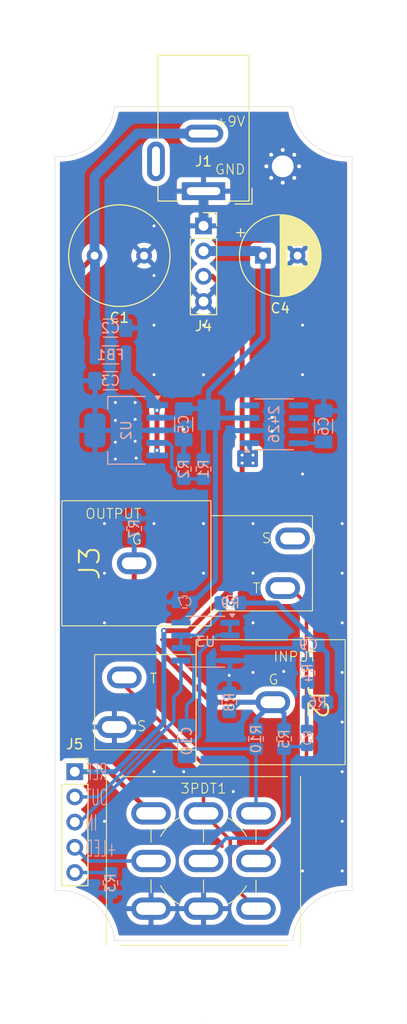
<source format=kicad_pcb>
(kicad_pcb (version 20241229) (generator "pcbnew") (generator_version "9.0")
  (layers (0 "F.Cu" jumper) (2 "B.Cu" signal) (13 "F.Paste" user) (15 "B.Paste" user) (5 "F.SilkS" user "F.Silkscreen") (7 "B.SilkS" user "B.Silkscreen") (1 "F.Mask" user) (3 "B.Mask" user) (25 "Edge.Cuts" user))
  (net 0 "")
  (net 1 "VIN")
  (net 2 "Net-(U2-EN)")
  (net 3 "GND")
  (net 4 "IN^{EFF}")
  (net 5 "GNDREF")
  (net 6 "IN^{RAW}")
  (net 7 "OUT^{RAW}")
  (net 8 "Net-(U1-NOISE_REDUCTION)")
  (net 9 "Net-(U3A-+)")
  (net 10 "IN^{CONN}")
  (net 11 "+9V")
  (net 12 "LED+")
  (net 14 "OUT^{CONN}")
  (net 16 "OUT^{EFF}")
  (net 17 "LED-")
  (net 18 "FB")
  (net 19 "Net-(U3B--)")
  (net 20 "Net-(C8-Pad2)")
  (net 24 "GNDS")
  (footprint "Capacitor_THT:CP_Radial_D8.0mm_P3.50mm" (layer "F.Cu") (at 106 73)
    (property "Reference" "C4" (at 1.75 5.3 0) (layer "F.SilkS"))
    (property "Value" "100uF")
    (pad "1" thru_hole rect (at 0 0) (size 1.6 1.6) (drill 0.8) (layers "*.Cu" "*.Mask") (net 1 "VIN"))
    (pad "2" thru_hole circle (at 3.5 0) (size 1.6 1.6) (drill 0.8) (layers "*.Cu" "*.Mask") (net 3 "GND"))
  )
  (footprint "Connector_BarrelJack:BarrelJack_Wuerth_6941xx301002" (layer "F.Cu") (at 100 66.5 180)
    (property "Reference" "J1" (at 0 3 0) (layer "F.SilkS"))
    (property "Value" "DC Jack")
    (pad "1" thru_hole rect (at 0 0 180) (size 4.4 1.8) (drill oval 3.4 0.8) (layers "*.Cu" "*.Mask") (net 3 "GND"))
    (pad "2" thru_hole oval (at 0 5.8 180) (size 4 1.8) (drill oval 3 0.8) (layers "*.Cu" "*.Mask") (net 11 "+9V"))
    (pad "3" thru_hole oval (at 4.8 3 270) (size 4 1.8) (drill oval 3 0.8) (layers "*.Cu" "*.Mask"))
  )
  (footprint "MountingHole:MountingHole_2.2mm_M2_Pad_Via" (layer "F.Cu") (at 108 64)
    (property "Reference" "H1" (hide yes))
    (property "Value" "GroundingPad")
    (pad "1" thru_hole circle (at -1.65 0) (size 0.7 0.7) (drill 0.4) (layers "*.Cu" "*.Mask") (net 3 "GND"))
    (pad "1" thru_hole circle (at -1.166726 -1.166726) (size 0.7 0.7) (drill 0.4) (layers "*.Cu" "*.Mask") (net 3 "GND"))
    (pad "1" thru_hole circle (at -1.166726 1.166726) (size 0.7 0.7) (drill 0.4) (layers "*.Cu" "*.Mask") (net 3 "GND"))
    (pad "1" thru_hole circle (at 0 -1.65) (size 0.7 0.7) (drill 0.4) (layers "*.Cu" "*.Mask") (net 3 "GND"))
    (pad "1" thru_hole circle (at 0 0) (size 4.4 4.4) (drill 2.2) (layers "*.Cu" "*.Mask") (net 3 "GND"))
    (pad "1" thru_hole circle (at 0 1.65) (size 0.7 0.7) (drill 0.4) (layers "*.Cu" "*.Mask") (net 3 "GND"))
    (pad "1" thru_hole circle (at 1.166726 -1.166726) (size 0.7 0.7) (drill 0.4) (layers "*.Cu" "*.Mask") (net 3 "GND"))
    (pad "1" thru_hole circle (at 1.166726 1.166726) (size 0.7 0.7) (drill 0.4) (layers "*.Cu" "*.Mask") (net 3 "GND"))
    (pad "1" thru_hole circle (at 1.65 0) (size 0.7 0.7) (drill 0.4) (layers "*.Cu" "*.Mask") (net 3 "GND"))
  )
  (footprint "Connector_PinSocket_2.54mm:PinSocket_1x04_P2.54mm_Vertical" (layer "F.Cu") (at 100 70)
    (property "Reference" "J4" (at 0 10.1 0) (layer "F.SilkS"))
    (property "Value" "Conn_01x04_Pin")
    (pad "1" thru_hole rect (at 0 0) (size 1.7 1.7) (drill 1) (layers "*.Cu" "*.Mask") (net 3 "GND"))
    (pad "2" thru_hole circle (at 0 2.54) (size 1.7 1.7) (drill 1) (layers "*.Cu" "*.Mask") (net 1 "VIN"))
    (pad "3" thru_hole circle (at 0 5.08) (size 1.7 1.7) (drill 1) (layers "*.Cu" "*.Mask") (net 5 "GNDREF"))
    (pad "4" thru_hole circle (at 0 7.62) (size 1.7 1.7) (drill 1) (layers "*.Cu" "*.Mask") (net 3 "GND"))
  )
  (footprint "Connector_PinSocket_2.54mm:PinSocket_1x05_P2.54mm_Vertical" (layer "F.Cu") (at 87 125)
    (property "Reference" "J5" (at 0 -2.77 0) (layer "F.SilkS"))
    (property "Value" "Conn_01x05_Pin")
    (pad "1" thru_hole rect (at 0 0) (size 1.7 1.7) (drill 1) (layers "*.Cu" "*.Mask") (net 5 "GNDREF"))
    (pad "2" thru_hole circle (at 0 2.54) (size 1.7 1.7) (drill 1) (layers "*.Cu" "*.Mask") (net 16 "OUT^{EFF}"))
    (pad "3" thru_hole circle (at 0 5.08) (size 1.7 1.7) (drill 1) (layers "*.Cu" "*.Mask") (net 4 "IN^{EFF}"))
    (pad "4" thru_hole circle (at 0 7.62) (size 1.7 1.7) (drill 1) (layers "*.Cu" "*.Mask") (net 12 "LED+"))
    (pad "5" thru_hole circle (at 0 10.16) (size 1.7 1.7) (drill 1) (layers "*.Cu" "*.Mask") (net 17 "LED-"))
  )
  (footprint "Capacitor_THT:C_Radial_D10.0mm_H16.0mm_P5.00mm" (layer "F.Cu") (at 94 73 180)
    (property "Reference" "C1" (at 2.5 -6.25 0) (layer "F.SilkS"))
    (property "Value" "100uF")
    (pad "1" thru_hole circle (at 0 0 180) (size 1.6 1.6) (drill 0.8) (layers "*.Cu" "*.Mask") (net 3 "GND"))
    (pad "2" thru_hole circle (at 5 0 180) (size 1.6 1.6) (drill 0.8) (layers "*.Cu" "*.Mask") (net 11 "+9V"))
  )
  (footprint "Mylib:1590A" (layer "F.Cu") (at 100 100)
    (property "Reference" "Box1")
    (property "Value" "1590A")
  )
  (footprint "Mylib:3PDT-Stomp-Switch" (layer "F.Cu") (at 100 134)
    (property "Reference" "3PDT1" (at 0 -7.3 0) (layer "F.SilkS") (effects (font (thickness 0.1))))
    (property "Value" "3PDT")
    (pad "1" thru_hole oval (at -5.3 -4.8) (size 4 2.25) (drill oval 3 1.25) (layers "*.Cu" "*.Mask") (net 11 "+9V"))
    (pad "2" thru_hole oval (at -5.3 0) (size 4 2.25) (drill oval 3 1.25) (layers "*.Cu" "*.Mask") (net 12 "LED+"))
    (pad "3" thru_hole oval (at -5.3 4.8) (size 4 2.25) (drill oval 3 1.25) (layers "*.Cu" "*.Mask") (net 3 "GND"))
    (pad "4" thru_hole oval (at 0 -4.8) (size 4 2.25) (drill oval 3 1.25) (layers "*.Cu" "*.Mask") (net 10 "IN^{CONN}"))
    (pad "5" thru_hole oval (at 0 0) (size 4 2.25) (drill oval 3 1.25) (layers "*.Cu" "*.Mask") (net 6 "IN^{RAW}"))
    (pad "6" thru_hole oval (at 0 4.8) (size 4 2.25) (drill oval 3 1.25) (layers "*.Cu" "*.Mask") (net 3 "GND"))
    (pad "7" thru_hole oval (at 5.3 -4.8) (size 4 2.25) (drill oval 3 1.25) (layers "*.Cu" "*.Mask") (net 7 "OUT^{RAW}"))
    (pad "8" thru_hole oval (at 5.3 0) (size 4 2.25) (drill oval 3 1.25) (layers "*.Cu" "*.Mask") (net 14 "OUT^{CONN}"))
    (pad "9" thru_hole oval (at 5.3 4.8) (size 4 2.25) (drill oval 3 1.25) (layers "*.Cu" "*.Mask") (net 10 "IN^{CONN}"))
  )
  (footprint "Mylib:CK-6.35" (layer "F.Cu") (at 101.5 118 180)
    (property "Reference" "J2" (at -10 0 270) (layer "F.SilkS") (effects (font (size 2 2) (thickness 0.2))))
    (property "Value" "IN")
    (fp_text user "G" (at -5 1.7 0) (layer "F.SilkS") (effects (font (thickness 0.1)) (justify left bottom)))
    (fp_text user "T" (at 7 1.8 0) (layer "F.SilkS") (effects (font (thickness 0.1)) (justify left bottom)))
    (fp_text user "S" (at 8.3 -3 0) (layer "F.SilkS") (effects (font (thickness 0.1)) (justify left bottom)))
    (pad "G" thru_hole oval (at -5.5 0 180) (size 3.5 2.2) (drill oval 2.5 1.2) (layers "*.Cu" "*.Mask") (net 24 "GNDS"))
    (pad "S" thru_hole oval (at 10.5 -2.5 180) (size 3.5 2.2) (drill oval 2.5 1.2) (layers "*.Cu" "*.Mask") (net 3 "GND"))
    (pad "T" thru_hole oval (at 9.5 2.5 180) (size 3.5 2.2) (drill oval 2.5 1.2) (layers "*.Cu" "*.Mask") (net 10 "IN^{CONN}"))
  )
  (footprint "Mylib:CK-6.35" (layer "F.Cu") (at 98.5 104)
    (property "Reference" "J3" (at -10 0 90) (layer "F.SilkS") (effects (font (size 2 2) (thickness 0.2))))
    (property "Value" "OUT")
    (fp_text user "S" (at 8.4 -3.2 180) (layer "F.SilkS") (effects (font (thickness 0.1)) (justify left bottom)))
    (fp_text user "G" (at -5.8 -1.8 0) (layer "F.SilkS") (effects (font (thickness 0.1)) (justify left bottom)))
    (fp_text user "T" (at 6.4 3.1 0) (layer "F.SilkS") (effects (font (thickness 0.1)) (justify left bottom)))
    (pad "G" thru_hole oval (at -5.5 0) (size 3.5 2.2) (drill oval 2.5 1.2) (layers "*.Cu" "*.Mask") (net 24 "GNDS"))
    (pad "S" thru_hole oval (at 10.5 -2.5) (size 3.5 2.2) (drill oval 2.5 1.2) (layers "*.Cu" "*.Mask"))
    (pad "T" thru_hole oval (at 9.5 2.5) (size 3.5 2.2) (drill oval 2.5 1.2) (layers "*.Cu" "*.Mask") (net 14 "OUT^{CONN}"))
  )
  (footprint "Capacitor_SMD:C_1206_3216Metric_Pad1.33x1.80mm_HandSolder" (layer "B.Cu") (at 98 90 -90)
    (property "Reference" "C5" (at 0 0 90) (layer "B.SilkS") (effects (justify mirror)))
    (property "Value" "47uF")
    (pad "1" smd roundrect (at -1.5625 0 270) (size 1.325 1.8) (layers "B.Cu" "B.Mask" "B.Paste") (roundrect_rratio 0.188679) (net 1 "VIN"))
    (pad "2" smd roundrect (at 1.5625 0 270) (size 1.325 1.8) (layers "B.Cu" "B.Mask" "B.Paste") (roundrect_rratio 0.188679) (net 3 "GND"))
  )
  (footprint "Resistor_SMD:R_0805_2012Metric_Pad1.20x1.40mm_HandSolder" (layer "B.Cu") (at 100 94.5 -90)
    (property "Reference" "R1" (at 0 0 90) (layer "B.SilkS") (effects (justify mirror)))
    (property "Value" "4k7")
    (pad "1" smd roundrect (at -1 0 270) (size 1.2 1.4) (layers "B.Cu" "B.Mask" "B.Paste") (roundrect_rratio 0.208333) (net 1 "VIN"))
    (pad "2" smd roundrect (at 1 0 270) (size 1.2 1.4) (layers "B.Cu" "B.Mask" "B.Paste") (roundrect_rratio 0.208333) (net 18 "FB"))
  )
  (footprint "Capacitor_SMD:C_1206_3216Metric_Pad1.33x1.80mm_HandSolder" (layer "B.Cu") (at 90.6 85.6 180)
    (property "Reference" "C3" (at 0 0 0) (layer "B.SilkS") (effects (justify mirror)))
    (property "Value" "10uF")
    (pad "1" smd roundrect (at -1.5625 0 180) (size 1.325 1.8) (layers "B.Cu" "B.Mask" "B.Paste") (roundrect_rratio 0.188679) (net 2 "Net-(U2-EN)"))
    (pad "2" smd roundrect (at 1.5625 0 180) (size 1.325 1.8) (layers "B.Cu" "B.Mask" "B.Paste") (roundrect_rratio 0.188679) (net 3 "GND"))
  )
  (footprint "Capacitor_SMD:C_0805_2012Metric_Pad1.18x1.45mm_HandSolder" (layer "B.Cu") (at 110.6 112.2)
    (property "Reference" "C9" (at 0 0 0) (layer "B.SilkS") (effects (justify mirror)))
    (property "Value" "220pF")
    (pad "1" smd roundrect (at -1.0375 0) (size 1.175 1.45) (layers "B.Cu" "B.Mask" "B.Paste") (roundrect_rratio 0.212766) (net 9 "Net-(U3A-+)"))
    (pad "2" smd roundrect (at 1.0375 0) (size 1.175 1.45) (layers "B.Cu" "B.Mask" "B.Paste") (roundrect_rratio 0.212766) (net 5 "GNDREF"))
  )
  (footprint "Inductor_SMD:L_1206_3216Metric" (layer "B.Cu") (at 90.6 83)
    (property "Reference" "FB1" (at 0 0 0) (layer "B.SilkS") (effects (justify mirror)))
    (property "Value" "FerriteBead")
    (pad "1" smd roundrect (at -1.575 0) (size 1.05 1.9) (layers "B.Cu" "B.Mask" "B.Paste") (roundrect_rratio 0.238095) (net 11 "+9V"))
    (pad "2" smd roundrect (at 1.575 0) (size 1.05 1.9) (layers "B.Cu" "B.Mask" "B.Paste") (roundrect_rratio 0.238095) (net 2 "Net-(U2-EN)"))
  )
  (footprint "Capacitor_SMD:C_1206_3216Metric_Pad1.33x1.80mm_HandSolder" (layer "B.Cu") (at 90.6 80.3)
    (property "Reference" "C2" (at 0 0 0) (layer "B.SilkS") (effects (justify mirror)))
    (property "Value" "10uF")
    (pad "1" smd roundrect (at -1.5625 0) (size 1.325 1.8) (layers "B.Cu" "B.Mask" "B.Paste") (roundrect_rratio 0.188679) (net 11 "+9V"))
    (pad "2" smd roundrect (at 1.5625 0) (size 1.325 1.8) (layers "B.Cu" "B.Mask" "B.Paste") (roundrect_rratio 0.188679) (net 3 "GND"))
  )
  (footprint "Mylib:C_0704_1810Metric" (layer "B.Cu") (at 110.4375 121.6 90)
    (property "Reference" "C8" (at 0 0 270) (layer "B.SilkS") (effects (font (size 0.8 0.8) (thickness 0.1)) (justify mirror)))
    (property "Value" "0.1uF")
    (pad "1" smd roundrect (at -0.875 0 90) (size 0.9 1.25) (layers "B.Cu" "B.Mask" "B.Paste") (roundrect_rratio 0.2) (net 6 "IN^{RAW}"))
    (pad "2" smd roundrect (at 0.875 0 90) (size 0.9 1.25) (layers "B.Cu" "B.Mask" "B.Paste") (roundrect_rratio 0.2) (net 20 "Net-(C8-Pad2)"))
  )
  (footprint "Resistor_SMD:R_0805_2012Metric_Pad1.20x1.40mm_HandSolder" (layer "B.Cu") (at 98 94.5 90)
    (property "Reference" "R2" (at 0 0 90) (layer "B.SilkS") (effects (justify mirror)))
    (property "Value" "1k5")
    (pad "1" smd roundrect (at -1 0 90) (size 1.2 1.4) (layers "B.Cu" "B.Mask" "B.Paste") (roundrect_rratio 0.208333) (net 18 "FB"))
    (pad "2" smd roundrect (at 1 0 90) (size 1.2 1.4) (layers "B.Cu" "B.Mask" "B.Paste") (roundrect_rratio 0.208333) (net 3 "GND"))
  )
  (footprint "Resistor_SMD:R_0805_2012Metric_Pad1.20x1.40mm_HandSolder" (layer "B.Cu") (at 105.3 121.7 90)
    (property "Reference" "R10" (at 0 0 90) (layer "B.SilkS") (effects (justify mirror)))
    (property "Value" "100k")
    (pad "1" smd roundrect (at -1 0 90) (size 1.2 1.4) (layers "B.Cu" "B.Mask" "B.Paste") (roundrect_rratio 0.208333) (net 7 "OUT^{RAW}"))
    (pad "2" smd roundrect (at 1 0 90) (size 1.2 1.4) (layers "B.Cu" "B.Mask" "B.Paste") (roundrect_rratio 0.208333) (net 24 "GNDS"))
  )
  (footprint "Resistor_SMD:R_0805_2012Metric_Pad1.20x1.40mm_HandSolder" (layer "B.Cu") (at 110.5 115.0625 90)
    (property "Reference" "R4" (at 0 0 90) (layer "B.SilkS") (effects (justify mirror)))
    (property "Value" "1k" (hide yes))
    (pad "1" smd roundrect (at -1 0 90) (size 1.2 1.4) (layers "B.Cu" "B.Mask" "B.Paste") (roundrect_rratio 0.208333) (net 20 "Net-(C8-Pad2)"))
    (pad "2" smd roundrect (at 1 0 90) (size 1.2 1.4) (layers "B.Cu" "B.Mask" "B.Paste") (roundrect_rratio 0.208333) (net 9 "Net-(U3A-+)"))
  )
  (footprint "Resistor_SMD:R_0805_2012Metric_Pad1.20x1.40mm_HandSolder" (layer "B.Cu") (at 102.7 108)
    (property "Reference" "R9" (at 0 0 0) (layer "B.SilkS") (effects (justify mirror)))
    (property "Value" "100k")
    (pad "1" smd roundrect (at -1 0) (size 1.2 1.4) (layers "B.Cu" "B.Mask" "B.Paste") (roundrect_rratio 0.208333) (net 19 "Net-(U3B--)"))
    (pad "2" smd roundrect (at 1 0) (size 1.2 1.4) (layers "B.Cu" "B.Mask" "B.Paste") (roundrect_rratio 0.208333) (net 5 "GNDREF"))
  )
  (footprint "Package_SO:SOIC-8_3.9x4.9mm_P1.27mm" (layer "B.Cu") (at 107.125 89.995)
    (property "Reference" "U1" (hide yes))
    (property "Value" "TLE2426xD" (hide yes))
    (property "Name" "2426" (at 0 0 90) (layer "B.SilkS") (effects (justify mirror)))
    (pad "1" smd roundrect (at -2.475 1.905) (size 1.95 0.6) (layers "B.Cu" "B.Mask" "B.Paste") (net 5 "GNDREF"))
    (pad "2" smd roundrect (at -2.475 0.635) (size 1.95 0.6) (layers "B.Cu" "B.Mask" "B.Paste") (net 3 "GND"))
    (pad "3" smd roundrect (at -2.475 -0.635) (size 1.95 0.6) (layers "B.Cu" "B.Mask" "B.Paste") (net 1 "VIN"))
    (pad "4" smd roundrect (at -2.475 -1.905) (size 1.95 0.6) (layers "B.Cu" "B.Mask" "B.Paste"))
    (pad "5" smd roundrect (at 2.475 -1.905) (size 1.95 0.6) (layers "B.Cu" "B.Mask" "B.Paste"))
    (pad "6" smd roundrect (at 2.475 -0.635) (size 1.95 0.6) (layers "B.Cu" "B.Mask" "B.Paste"))
    (pad "7" smd roundrect (at 2.475 0.635) (size 1.95 0.6) (layers "B.Cu" "B.Mask" "B.Paste"))
    (pad "8" smd roundrect (at 2.475 1.905) (size 1.95 0.6) (layers "B.Cu" "B.Mask" "B.Paste") (net 8 "Net-(U1-NOISE_REDUCTION)"))
  )
  (footprint "Resistor_SMD:R_0805_2012Metric_Pad1.20x1.40mm_HandSolder" (layer "B.Cu") (at 111.5 118)
    (property "Reference" "R6" (at 0 0 0) (layer "B.SilkS") (effects (justify mirror)))
    (property "Value" "470k" (hide yes))
    (pad "1" smd roundrect (at -1 0) (size 1.2 1.4) (layers "B.Cu" "B.Mask" "B.Paste") (roundrect_rratio 0.208333) (net 20 "Net-(C8-Pad2)"))
    (pad "2" smd roundrect (at 1 0) (size 1.2 1.4) (layers "B.Cu" "B.Mask" "B.Paste") (roundrect_rratio 0.208333) (net 5 "GNDREF"))
  )
  (footprint "Resistor_SMD:R_0805_2012Metric_Pad1.20x1.40mm_HandSolder" (layer "B.Cu") (at 90.6 136.2 -90)
    (property "Reference" "R3" (at 0 0 90) (layer "B.SilkS") (effects (justify mirror)))
    (property "Value" "4.7k")
    (pad "1" smd roundrect (at -1 0 270) (size 1.2 1.4) (layers "B.Cu" "B.Mask" "B.Paste") (roundrect_rratio 0.208333) (net 17 "LED-"))
    (pad "2" smd roundrect (at 1 0 270) (size 1.2 1.4) (layers "B.Cu" "B.Mask" "B.Paste") (roundrect_rratio 0.208333) (net 3 "GND"))
  )
  (footprint "Resistor_SMD:R_0805_2012Metric_Pad1.20x1.40mm_HandSolder" (layer "B.Cu") (at 93 100.5 -90)
    (property "Reference" "R7" (at 0 0 90) (layer "B.SilkS") (effects (justify mirror)))
    (property "Value" "10R")
    (pad "1" smd roundrect (at -1 0 270) (size 1.2 1.4) (layers "B.Cu" "B.Mask" "B.Paste") (roundrect_rratio 0.208333) (net 3 "GND"))
    (pad "2" smd roundrect (at 1 0 270) (size 1.2 1.4) (layers "B.Cu" "B.Mask" "B.Paste") (roundrect_rratio 0.208333) (net 24 "GNDS"))
  )
  (footprint "Capacitor_SMD:C_1206_3216Metric_Pad1.33x1.80mm_HandSolder" (layer "B.Cu") (at 112.125 90.195 90)
    (property "Reference" "C6" (at 0 0 90) (layer "B.SilkS") (effects (justify mirror)))
    (property "Value" "1uF")
    (pad "1" smd roundrect (at -1.5625 0 90) (size 1.325 1.8) (layers "B.Cu" "B.Mask" "B.Paste") (roundrect_rratio 0.188679) (net 8 "Net-(U1-NOISE_REDUCTION)"))
    (pad "2" smd roundrect (at 1.5625 0 90) (size 1.325 1.8) (layers "B.Cu" "B.Mask" "B.Paste") (roundrect_rratio 0.188679) (net 3 "GND"))
  )
  (footprint "Capacitor_SMD:C_1206_3216Metric_Pad1.33x1.80mm_HandSolder" (layer "B.Cu") (at 98.3 121.9 90)
    (property "Reference" "C10" (at 0 0 90) (layer "B.SilkS") (effects (justify mirror)))
    (property "Value" "0.47uF")
    (pad "1" smd roundrect (at -1.5625 0 90) (size 1.325 1.8) (layers "B.Cu" "B.Mask" "B.Paste") (roundrect_rratio 0.188679) (net 7 "OUT^{RAW}"))
    (pad "2" smd roundrect (at 1.5625 0 90) (size 1.325 1.8) (layers "B.Cu" "B.Mask" "B.Paste") (roundrect_rratio 0.188679) (net 19 "Net-(U3B--)"))
  )
  (footprint "Resistor_SMD:R_0805_2012Metric_Pad1.20x1.40mm_HandSolder" (layer "B.Cu") (at 102.6 118 -90)
    (property "Reference" "R8" (at 0 0 90) (layer "B.SilkS") (effects (justify mirror)))
    (property "Value" "10R")
    (pad "1" smd roundrect (at -1 0 270) (size 1.2 1.4) (layers "B.Cu" "B.Mask" "B.Paste") (roundrect_rratio 0.208333) (net 3 "GND"))
    (pad "2" smd roundrect (at 1 0 270) (size 1.2 1.4) (layers "B.Cu" "B.Mask" "B.Paste") (roundrect_rratio 0.208333) (net 24 "GNDS"))
  )
  (footprint "Resistor_SMD:R_0805_2012Metric_Pad1.20x1.40mm_HandSolder" (layer "B.Cu") (at 108.1375 121.7 90)
    (property "Reference" "R5" (at 0 0 90) (layer "B.SilkS") (effects (justify mirror)))
    (property "Value" "1M0" (hide yes))
    (pad "1" smd roundrect (at -1 0 90) (size 1.2 1.4) (layers "B.Cu" "B.Mask" "B.Paste") (roundrect_rratio 0.208333) (net 6 "IN^{RAW}"))
    (pad "2" smd roundrect (at 1 0 90) (size 1.2 1.4) (layers "B.Cu" "B.Mask" "B.Paste") (roundrect_rratio 0.208333) (net 24 "GNDS"))
  )
  (footprint "Package_TO_SOT_SMD:SOT-223-6" (layer "B.Cu") (at 92.2 90.6 180)
    (property "Reference" "U2" (at 0 0 90) (layer "B.SilkS") (effects (justify mirror)))
    (property "Value" "TPS73801")
    (pad "1" smd roundrect (at -3.1375 2.54 180) (size 2.2 0.6) (layers "B.Cu" "B.Mask" "B.Paste") (net 2 "Net-(U2-EN)"))
    (pad "2" smd roundrect (at -3.1375 1.27 180) (size 2.2 0.6) (layers "B.Cu" "B.Mask" "B.Paste") (net 1 "VIN"))
    (pad "3" smd roundrect (at -3.1375 0 180) (size 2.2 0.6) (layers "B.Cu" "B.Mask" "B.Paste") (net 3 "GND"))
    (pad "4" smd roundrect (at -3.1375 -1.27 180) (size 2.2 0.6) (layers "B.Cu" "B.Mask" "B.Paste") (net 18 "FB"))
    (pad "5" smd roundrect (at -3.1375 -2.54 180) (size 2.2 0.6) (layers "B.Cu" "B.Mask" "B.Paste") (net 2 "Net-(U2-EN)"))
    (pad "6" smd roundrect (at 3.1625 0 180) (size 2.15 3.45) (layers "B.Cu" "B.Mask" "B.Paste") (net 3 "GND"))
  )
  (footprint "Mylib:C_0704_1810Metric" (layer "B.Cu") (at 98.1 107.9 180)
    (property "Reference" "C7" (at 0 0 0) (layer "B.SilkS") (effects (font (size 0.8 0.8) (thickness 0.1)) (justify mirror)))
    (property "Value" "0.1uF")
    (pad "1" smd roundrect (at -0.875 0 180) (size 0.9 1.25) (layers "B.Cu" "B.Mask" "B.Paste") (roundrect_rratio 0.2) (net 1 "VIN"))
    (pad "2" smd roundrect (at 0.875 0 180) (size 0.9 1.25) (layers "B.Cu" "B.Mask" "B.Paste") (roundrect_rratio 0.2) (net 3 "GND"))
  )
  (footprint "Package_SO:SOIC-8_3.9x4.9mm_P1.27mm" (layer "B.Cu") (at 100.2 111.9 180)
    (property "Reference" "U3" (at 0 0 0) (layer "B.SilkS") (effects (justify mirror)))
    (property "Value" "OPA1656")
    (pad "1" smd roundrect (at -2.475 1.905 180) (size 1.95 0.6) (layers "B.Cu" "B.Mask" "B.Paste") (net 4 "IN^{EFF}"))
    (pad "2" smd roundrect (at -2.475 0.635 180) (size 1.95 0.6) (layers "B.Cu" "B.Mask" "B.Paste") (net 4 "IN^{EFF}"))
    (pad "3" smd roundrect (at -2.475 -0.635 180) (size 1.95 0.6) (layers "B.Cu" "B.Mask" "B.Paste") (net 9 "Net-(U3A-+)"))
    (pad "4" smd roundrect (at -2.475 -1.905 180) (size 1.95 0.6) (layers "B.Cu" "B.Mask" "B.Paste") (net 3 "GND"))
    (pad "5" smd roundrect (at 2.475 -1.905 180) (size 1.95 0.6) (layers "B.Cu" "B.Mask" "B.Paste") (net 16 "OUT^{EFF}"))
    (pad "6" smd roundrect (at 2.475 -0.635 180) (size 1.95 0.6) (layers "B.Cu" "B.Mask" "B.Paste") (net 19 "Net-(U3B--)"))
    (pad "7" smd roundrect (at 2.475 0.635 180) (size 1.95 0.6) (layers "B.Cu" "B.Mask" "B.Paste") (net 19 "Net-(U3B--)"))
    (pad "8" smd roundrect (at 2.475 1.905 180) (size 1.95 0.6) (layers "B.Cu" "B.Mask" "B.Paste") (net 1 "VIN"))
  )
  (gr_arc (start 109 142) (mid 110.964466 138.257359) (end 115 137) (stroke (width 0.05)) (layer "Edge.Cuts"))
  (gr_arc (start 91 58) (mid 89.035534 61.742641) (end 85 63) (stroke (width 0.05)) (layer "Edge.Cuts"))
  (gr_arc (start 115 63) (mid 110.964466 61.742641) (end 109 58) (stroke (width 0.05)) (layer "Edge.Cuts"))
  (gr_line (start 91 142) (end 109 142) (stroke (width 0.05)) (layer "Edge.Cuts"))
  (gr_line (start 115 63) (end 115 137) (stroke (width 0.05)) (layer "Edge.Cuts"))
  (gr_line (start 91 58) (end 109 58) (stroke (width 0.05)) (layer "Edge.Cuts"))
  (gr_line (start 85 137) (end 85 63) (stroke (width 0.05)) (layer "Edge.Cuts"))
  (gr_arc (start 85 137) (mid 89.035534 138.257359) (end 91 142) (stroke (width 0.05)) (layer "Edge.Cuts"))
  (gr_text "INPUT" (at 107 114 0) (layer "F.SilkS") (effects (font (size 1 1) (thickness 0.1)) (justify left bottom)))
  (gr_text "+9V\n\n\nGND" (at 101.1 64.9 0) (layer "F.SilkS") (effects (font (size 1 1) (thickness 0.1)) (justify left bottom)))
  (gr_text "OUTPUT" (at 88 99.6 0) (layer "F.SilkS") (effects (font (size 1 1) (thickness 0.1)) (justify left bottom)))
  (gr_text "REF\nOUT\nIN\n+LED" (at 88 124.1 0) (layer "B.SilkS") (effects (font (size 1.6 0.8) (thickness 0.1)) (justify right top mirror)))
  (segment (start 97.1075 89.33) (end 98 88.4375) (width 0.5) (layer "B.Cu") (net 1))
  (segment (start 101.2 89.8) (end 100.5 89.1) (width 0.5) (layer "B.Cu") (net 1))
  (segment (start 100.5 86.7) (end 106 81.2) (width 0.5) (layer "B.Cu") (net 1))
  (segment (start 98.975 107.9) (end 98.975 108.745) (width 0.5) (layer "B.Cu") (net 1))
  (segment (start 98 88.4375) (end 99.8375 88.4375) (width 0.5) (layer "B.Cu") (net 1))
  (segment (start 106 81.2) (end 106 73) (width 0.5) (layer "B.Cu") (net 1))
  (segment (start 100 93.5) (end 100 89.6) (width 0.5) (layer "B.Cu") (net 1))
  (segment (start 95.3375 89.33) (end 97.1075 89.33) (width 0.5) (layer "B.Cu") (net 1))
  (segment (start 104.65 89.36) (end 100.76 89.36) (width 0.5) (layer "B.Cu") (net 1))
  (segment (start 100 89.6) (end 100.5 89.1) (width 0.5) (layer "B.Cu") (net 1))
  (segment (start 98.975 108.745) (end 97.725 109.995) (width 0.5) (layer "B.Cu") (net 1))
  (segment (start 101.2 105.675) (end 101.2 89.8) (width 0.5) (layer "B.Cu") (net 1))
  (segment (start 100.5 89.1) (end 100.5 86.7) (width 0.5) (layer "B.Cu") (net 1))
  (segment (start 98.975 107.9) (end 101.2 105.675) (width 0.5) (layer "B.Cu") (net 1))
  (segment (start 100 72.54) (end 105.54 72.54) (width 1) (layer "B.Cu") (net 1))
  (segment (start 100.76 89.36) (end 100.5 89.1) (width 0.5) (layer "B.Cu") (net 1))
  (segment (start 105.54 72.54) (end 106 73) (width 1) (layer "B.Cu") (net 1))
  (segment (start 99.8375 88.4375) (end 100.5 89.1) (width 0.5) (layer "B.Cu") (net 1))
  (segment (start 95.3 92.62) (end 95.3 88.58) (width 0.5) (layer "F.Cu") (net 2))
  (via (at 95.3 88.58) (size 0.6) (drill 0.3) (layers "F.Cu" "B.Cu") (net 2))
  (via (at 95.3 92.62) (size 0.6) (drill 0.3) (layers "F.Cu" "B.Cu") (net 2))
  (segment (start 92.175 83) (end 92.175 85.5875) (width 1) (layer "B.Cu") (net 2))
  (segment (start 95.3 88.58) (end 95.3 88.0975) (width 0.5) (layer "B.Cu") (net 2))
  (segment (start 92.175 85.5875) (end 92.1625 85.6) (width 1) (layer "B.Cu") (net 2))
  (segment (start 95.3375 92.6575) (end 95.3 92.62) (width 0.5) (layer "B.Cu") (net 2))
  (segment (start 95.3375 93.14) (end 95.3375 92.6575) (width 0.5) (layer "B.Cu") (net 2))
  (segment (start 95.3375 88.06) (end 92.8775 85.6) (width 1) (layer "B.Cu") (net 2))
  (segment (start 92.8775 85.6) (end 92.1625 85.6) (width 1) (layer "B.Cu") (net 2))
  (via (at 108.1 114.9) (size 0.6) (drill 0.3) (layers "F.Cu" "B.Cu") (net 3))
  (via (at 114 120) (size 0.6) (drill 0.3) (layers "F.Cu" "B.Cu") (net 3))
  (via (at 91.1 89.6) (size 0.6) (drill 0.3) (layers "F.Cu" "B.Cu") (net 3))
  (via (at 93.2 93.4) (size 0.6) (drill 0.3) (layers "F.Cu" "B.Cu") (net 3))
  (via (at 90 100) (size 0.6) (drill 0.3) (layers "F.Cu" "B.Cu") (net 3))
  (via (at 114 130) (size 0.6) (drill 0.3) (layers "F.Cu" "B.Cu") (net 3))
  (via (at 98 90.5) (size 0.6) (drill 0.3) (layers "F.Cu" "B.Cu") (net 3))
  (via (at 114 125) (size 0.6) (drill 0.3) (layers "F.Cu" "B.Cu") (net 3))
  (via (at 95 85) (size 0.6) (drill 0.3) (layers "F.Cu" "B.Cu") (net 3))
  (via (at 110 135) (size 0.6) (drill 0.3) (layers "F.Cu" "B.Cu") (net 3))
  (via (at 114 110) (size 0.6) (drill 0.3) (layers "F.Cu" "B.Cu") (net 3))
  (via (at 91.1 87.8) (size 0.6) (drill 0.3) (layers "F.Cu" "B.Cu") (net 3))
  (via (at 95 80) (size 0.6) (drill 0.3) (layers "F.Cu" "B.Cu") (net 3))
  (via (at 90 130) (size 0.6) (drill 0.3) (layers "F.Cu" "B.Cu") (net 3))
  (via (at 106.925 90.695) (size 0.6) (drill 0.3) (layers "F.Cu" "B.Cu") (net 3))
  (via (at 114 100) (size 0.6) (drill 0.3) (layers "F.Cu" "B.Cu") (net 3))
  (via (at 114 105) (size 0.6) (drill 0.3) (layers "F.Cu" "B.Cu") (net 3))
  (via (at 102.6 115.3) (size 0.6) (drill 0.3) (layers "F.Cu" "B.Cu") (net 3))
  (via (at 100 100) (size 0.6) (drill 0.3) (layers "F.Cu" "B.Cu") (net 3))
  (via (at 105 115) (size 0.6) (drill 0.3) (layers "F.Cu" "B.Cu") (net 3))
  (via (at 90 105) (size 0.6) (drill 0.3) (layers "F.Cu" "B.Cu") (net 3))
  (via (at 93.1 91.7) (size 0.6) (drill 0.3) (layers "F.Cu" "B.Cu") (net 3))
  (via (at 93.1 87.8) (size 0.6) (drill 0.3) (layers "F.Cu" "B.Cu") (net 3))
  (via (at 95 75) (size 0.6) (drill 0.3) (layers "F.Cu" "B.Cu") (net 3))
  (via (at 100 85) (size 0.6) (drill 0.3) (layers "F.Cu" "B.Cu") (net 3))
  (via (at 93.1 89.5) (size 0.6) (drill 0.3) (layers "F.Cu" "B.Cu") (net 3))
  (via (at 90 110) (size 0.6) (drill 0.3) (layers "F.Cu" "B.Cu") (net 3))
  (via (at 98 125) (size 0.6) (drill 0.3) (layers "F.Cu" "B.Cu") (net 3))
  (via (at 110 80) (size 0.6) (drill 0.3) (layers "F.Cu" "B.Cu") (net 3))
  (via (at 100 80) (size 0.6) (drill 0.3) (layers "F.Cu" "B.Cu") (net 3))
  (via (at 100 105) (size 0.6) (drill 0.3) (layers "F.Cu" "B.Cu") (net 3))
  (via (at 103 127) (size 0.6) (drill 0.3) (layers "F.Cu" "B.Cu") (net 3))
  (via (at 114 135) (size 0.6) (drill 0.3) (layers "F.Cu" "B.Cu") (net 3))
  (via (at 105 110) (size 0.6) (drill 0.3) (layers "F.Cu" "B.Cu") (net 3))
  (via (at 114 115) (size 0.6) (drill 0.3) (layers "F.Cu" "B.Cu") (net 3))
  (via (at 110 85) (size 0.6) (drill 0.3) (layers "F.Cu" "B.Cu") (net 3))
  (via (at 95 70) (size 0.6) (drill 0.3) (layers "F.Cu" "B.Cu") (net 3))
  (via (at 110 95) (size 0.6) (drill 0.3) (layers "F.Cu" "B.Cu") (net 3))
  (via (at 91.1 91.8) (size 0.6) (drill 0.3) (layers "F.Cu" "B.Cu") (net 3))
  (via (at 105 100) (size 0.6) (drill 0.3) (layers "F.Cu" "B.Cu") (net 3))
  (via (at 105 105) (size 0.6) (drill 0.3) (layers "F.Cu" "B.Cu") (net 3))
  (via (at 95 125) (size 0.6) (drill 0.3) (layers "F.Cu" "B.Cu") (net 3))
  (via (at 95 100) (size 0.6) (drill 0.3) (layers "F.Cu" "B.Cu") (net 3))
  (via (at 106.925 89.295) (size 0.6) (drill 0.3) (layers "F.Cu" "B.Cu") (net 3))
  (via (at 91.1 93.5) (size 0.6) (drill 0.3) (layers "F.Cu" "B.Cu") (net 3))
  (segment (start 100 66.5) (end 100 68.4) (width 1) (layer "B.Cu") (net 3))
  (segment (start 97.0375 90.6) (end 98 91.5625) (width 0.5) (layer "B.Cu") (net 3))
  (segment (start 100 68.4) (end 100 70) (width 1) (layer "B.Cu") (net 3))
  (segment (start 104.585 90.695) (end 104.65 90.63) (width 0.5) (layer "B.Cu") (net 3))
  (segment (start 98 93.5) (end 98 91.5625) (width 0.5) (layer "B.Cu") (net 3))
  (segment (start 95.3375 90.6) (end 89.0375 90.6) (width 0.5) (layer "B.Cu") (net 3))
  (segment (start 95.3375 90.6) (end 97.0375 90.6) (width 0.5) (layer "B.Cu") (net 3))
  (segment (start 95.7 121.9) (end 99.1 121.9) (width 0.35) (layer "B.Cu") (net 4))
  (segment (start 87.52 130.08) (end 95.7 121.9) (width 0.35) (layer "B.Cu") (net 4))
  (segment (start 102.675 111.265) (end 102.675 109.995) (width 0.35) (layer "B.Cu") (net 4))
  (segment (start 101.335 111.265) (end 102.675 111.265) (width 0.35) (layer "B.Cu") (net 4))
  (segment (start 99.6 121.4) (end 99.6 113) (width 0.35) (layer "B.Cu") (net 4))
  (segment (start 99.1 121.9) (end 99.6 121.4) (width 0.35) (layer "B.Cu") (net 4))
  (segment (start 99.6 113) (end 101.335 111.265) (width 0.35) (layer "B.Cu") (net 4))
  (segment (start 102.7 106.6) (end 103.9 105.4) (width 0.5) (layer "F.Cu") (net 5))
  (segment (start 102.7 106.6) (end 102.7 107.95) (width 0.5) (layer "F.Cu") (net 5))
  (segment (start 96 110.8) (end 98.5 110.8) (width 0.5) (layer "F.Cu") (net 5))
  (segment (start 103.9 93.1) (end 103.9 78.1) (width 0.5) (layer "F.Cu") (net 5))
  (segment (start 98.5 110.8) (end 102.7 106.6) (width 0.5) (layer "F.Cu") (net 5))
  (segment (start 103.9 105.4) (end 103.9 93.9) (width 0.5) (layer "F.Cu") (net 5))
  (segment (start 100.88 75.08) (end 100 75.08) (width 0.5) (layer "F.Cu") (net 5))
  (segment (start 103.9 78.1) (end 100.88 75.08) (width 0.5) (layer "F.Cu") (net 5))
  (segment (start 102.7 107.95) (end 102.75 108) (width 0.5) (layer "F.Cu") (net 5))
  (via (at 105 93.1) (size 0.6) (drill 0.3) (layers "F.Cu" "B.Cu") (net 5))
  (via (at 102.75 108) (size 0.6) (drill 0.3) (layers "F.Cu" "B.Cu") (net 5))
  (via (at 105 93.9) (size 0.6) (drill 0.3) (layers "F.Cu" "B.Cu") (net 5))
  (via (at 103.9 93.9) (size 0.6) (drill 0.3) (layers "F.Cu" "B.Cu") (net 5))
  (via (at 96 110.8) (size 0.6) (drill 0.3) (layers "F.Cu" "B.Cu") (net 5))
  (via (at 103.9 93.1) (size 0.6) (drill 0.3) (layers "F.Cu" "B.Cu") (net 5))
  (segment (start 96 120.085412) (end 95.362412 120.723) (width 0.5) (layer "B.Cu") (net 5))
  (segment (start 104.65 91.9) (end 104.65 92.75) (width 0.5) (layer "B.Cu") (net 5))
  (segment (start 96 118.2) (end 96 120.085412) (width 0.5) (layer "B.Cu") (net 5))
  (segment (start 91.076893 125) (end 87 125) (width 0.5) (layer "B.Cu") (net 5))
  (segment (start 95.353891 120.723001) (end 91.076893 125) (width 0.5) (layer "B.Cu") (net 5))
  (segment (start 102.75 108) (end 103.7 108) (width 0.5) (layer "B.Cu") (net 5))
  (segment (start 104.65 92.75) (end 105 93.1) (width 0.5) (layer "B.Cu") (net 5))
  (segment (start 95.362412 120.723) (end 95.353891 120.723001) (width 0.5) (layer "B.Cu") (net 5))
  (segment (start 103.7 108) (end 107.4375 108) (width 0.5) (layer "B.Cu") (net 5))
  (segment (start 107.4375 108) (end 111.6375 112.2) (width 0.5) (layer "B.Cu") (net 5))
  (segment (start 96 118.2) (end 96 110.8) (width 0.5) (layer "B.Cu") (net 5))
  (segment (start 112.5 113.0625) (end 111.6375 112.2) (width 0.5) (layer "B.Cu") (net 5))
  (segment (start 112.5 118) (end 112.5 113.0625) (width 0.5) (layer "B.Cu") (net 5))
  (segment (start 106.5 131.7) (end 108.1375 130.0625) (width 0.35) (layer "B.Cu") (net 6))
  (segment (start 108.1375 130.0625) (end 108.1375 122.7) (width 0.35) (layer "B.Cu") (net 6))
  (segment (start 106.5 131.7) (end 102.3 131.7) (width 0.35) (layer "B.Cu") (net 6))
  (segment (start 102.3 131.7) (end 100 134) (width 0.35) (layer "B.Cu") (net 6))
  (segment (start 110.4375 122.475) (end 108.3625 122.475) (width 0.35) (layer "B.Cu") (net 6))
  (segment (start 105.3 122.7) (end 99.0625 122.7) (width 0.35) (layer "B.Cu") (net 7))
  (segment (start 99.0625 122.7) (end 98.3 123.4625) (width 0.35) (layer "B.Cu") (net 7))
  (segment (start 105.3 129.2) (end 105.3 122.7) (width 0.35) (layer "B.Cu") (net 7))
  (segment (start 109.6 91.9) (end 111.9825 91.9) (width 0.35) (layer "B.Cu") (net 8))
  (segment (start 110.5 114.0625) (end 110.5 113.1375) (width 0.35) (layer "B.Cu") (net 9))
  (segment (start 102.675 112.535) (end 109.2275 112.535) (width 0.35) (layer "B.Cu") (net 9))
  (segment (start 110.5 113.1375) (end 109.5625 112.2) (width 0.35) (layer "B.Cu") (net 9))
  (segment (start 91.2 115.5) (end 100 124.3) (width 0.35) (layer "F.Cu") (net 10))
  (segment (start 102.7 136.2) (end 105.3 138.8) (width 0.35) (layer "F.Cu") (net 10))
  (segment (start 102.7 131.9) (end 102.7 136.2) (width 0.35) (layer "F.Cu") (net 10))
  (segment (start 100 129.2) (end 102.7 131.9) (width 0.35) (layer "F.Cu") (net 10))
  (segment (start 100 124.3) (end 100 129.2) (width 0.35) (layer "F.Cu") (net 10))
  (segment (start 85.751 120.251) (end 85.751 76.249) (width 0.5) (layer "F.Cu") (net 11))
  (segment (start 85.751 76.249) (end 89 73) (width 0.5) (layer "F.Cu") (net 11))
  (segment (start 94.7 129.2) (end 85.751 120.251) (width 0.5) (layer "F.Cu") (net 11))
  (segment (start 89.0375 80.3) (end 89.0375 73.0375) (width 1) (layer "B.Cu") (net 11))
  (segment (start 89.0375 73.0375) (end 89 73) (width 1) (layer "B.Cu") (net 11))
  (segment (start 93.3 60.7) (end 89 65) (width 1) (layer "B.Cu") (net 11))
  (segment (start 89.0375 82.9875) (end 89.025 83) (width 1) (layer "B.Cu") (net 11))
  (segment (start 89.0375 80.3) (end 89.0375 82.9875) (width 1) (layer "B.Cu") (net 11))
  (segment (start 89 65) (end 89 73) (width 1) (layer "B.Cu") (net 11))
  (segment (start 100 60.7) (end 93.3 60.7) (width 1) (layer "B.Cu") (net 11))
  (segment (start 94.7 134) (end 88.38 134) (width 0.35) (layer "B.Cu") (net 12))
  (segment (start 88.38 134) (end 87 132.62) (width 0.35) (layer "B.Cu") (net 12))
  (segment (start 108.8 106.5) (end 110.4 108.1) (width 0.35) (layer "F.Cu") (net 14))
  (segment (start 110.4 128.9) (end 105.3 134) (width 0.35) (layer "F.Cu") (net 14))
  (segment (start 110.4 108.1) (end 110.4 128.9) (width 0.35) (layer "F.Cu") (net 14))
  (segment (start 97 119.9) (end 95.601 121.299) (width 0.35) (layer "B.Cu") (net 16))
  (segment (start 95.592479 121.299) (end 89.35148 127.54) (width 0.35) (layer "B.Cu") (net 16))
  (segment (start 97.725 113.805) (end 97.725 116.775) (width 0.35) (layer "B.Cu") (net 16))
  (segment (start 97 117.5) (end 97 119.9) (width 0.35) (layer "B.Cu") (net 16))
  (segment (start 89.35148 127.54) (end 87 127.54) (width 0.35) (layer "B.Cu") (net 16))
  (segment (start 97.725 116.775) (end 97 117.5) (width 0.35) (layer "B.Cu") (net 16))
  (segment (start 95.601 121.299) (end 95.592479 121.299) (width 0.35) (layer "B.Cu") (net 16))
  (segment (start 87 135.16) (end 90.16 135.16) (width 0.35) (layer "B.Cu") (net 17))
  (segment (start 96.8 92.232501) (end 96.8 94.3) (width 0.35) (layer "B.Cu") (net 18))
  (segment (start 100 95.5) (end 98 95.5) (width 0.35) (layer "B.Cu") (net 18))
  (segment (start 96.8 94.3) (end 98 95.5) (width 0.35) (layer "B.Cu") (net 18))
  (segment (start 95.3375 91.87) (end 96.437499 91.87) (width 0.35) (layer "B.Cu") (net 18))
  (segment (start 96.437499 91.87) (end 96.8 92.232501) (width 0.35) (layer "B.Cu") (net 18))
  (segment (start 98.3 120.3375) (end 98.3 118.5) (width 0.35) (layer "B.Cu") (net 19))
  (segment (start 99.026 113.453678) (end 99.026 117.574) (width 0.35) (layer "B.Cu") (net 19))
  (segment (start 101.7 109.2) (end 101.7 108) (width 0.35) (layer "B.Cu") (net 19))
  (segment (start 97.725 111.265) (end 99.635 111.265) (width 0.35) (layer "B.Cu") (net 19))
  (segment (start 99.635 111.265) (end 101.7 109.2) (width 0.35) (layer "B.Cu") (net 19))
  (segment (start 99.026 117.574) (end 98.3 118.3) (width 0.35) (layer "B.Cu") (net 19))
  (segment (start 97.725 111.265) (end 97.725 112.535) (width 0.35) (layer "B.Cu") (net 19))
  (segment (start 98.107322 112.535) (end 99.026 113.453678) (width 0.35) (layer "B.Cu") (net 19))
  (segment (start 110.4375 120.725) (end 110.4375 118.0625) (width 0.35) (layer "B.Cu") (net 20))
  (segment (start 110.5 118) (end 110.5 116.0625) (width 0.35) (layer "B.Cu") (net 20))
  (segment (start 100.8 118) (end 93 110.2) (width 0.5) (layer "F.Cu") (net 24))
  (segment (start 106.2 118) (end 100.8 118) (width 0.5) (layer "F.Cu") (net 24))
  (segment (start 93 110.2) (end 93 104) (width 0.5) (layer "F.Cu") (net 24))
  (segment (start 105.3 120.7) (end 105.3 119.7) (width 0.5) (layer "B.Cu") (net 24))
  (segment (start 105.3 119.7) (end 107 118) (width 0.5) (layer "B.Cu") (net 24))
  (segment (start 108.1375 119.1375) (end 107 118) (width 0.5) (layer "B.Cu") (net 24))
  (segment (start 108.1375 120.7) (end 108.1375 119.1375) (width 0.5) (layer "B.Cu") (net 24))
  (segment (start 103.6 118) (end 102.6 119) (width 0.5) (layer "B.Cu") (net 24))
  (segment (start 93 101.5) (end 93 104) (width 0.5) (layer "B.Cu") (net 24))
  (segment (start 103.6 118) (end 107 118) (width 0.5) (layer "B.Cu") (net 24))
  (zone (net 3) (net_name "GND") (layers "F.Cu" "B.Cu") (connect_pads (clearance 0.5)) (min_thickness 0.25) (fill yes (thermal_gap 0.5) (thermal_bridge_width 0.5) (smoothing fillet) (radius 1))
    (polygon (pts (xy 80.7 50) (xy 119.3 50) (xy 119.4 150) (xy 80.8 150)))
  )
  (zone (net 5) (net_name "GNDREF") (layers "F.Cu" "B.Cu") (priority 1) (connect_pads (clearance 0.5)) (min_thickness 0.25) (fill yes (thermal_gap 0.5) (thermal_bridge_width 0.5))
    (polygon (pts (xy 105.5 92.6) (xy 105.5 94.3) (xy 103.4 94.3) (xy 103.4 92.6)))
  )
  (zone (net 1) (net_name "VIN") (layer "B.Cu") (priority 2) (connect_pads (clearance 0.5)) (min_thickness 0.25) (fill yes (thermal_gap 0.5) (thermal_bridge_width 0.5))
    (polygon (pts (xy 99.4 87.5) (xy 101.7 87.5) (xy 101.7 90.6) (xy 99.4 90.6)))
  )
)
</source>
